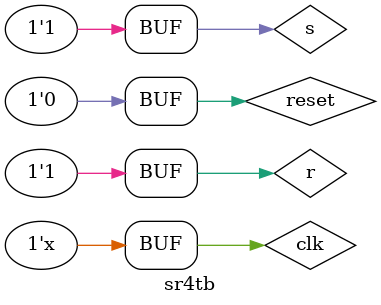
<source format=v>
`timescale 1ns / 1ps


module sr4tb;

	// Inputs
	reg clk;
	reg reset;
	reg s;
	reg r;

	// Outputs
	wire q;

	// Instantiate the Unit Under Test (UUT)
	sr4 uut (
		.clk(clk), 
		.reset(reset), 
		.s(s), 
		.r(r), 
		.q(q)
	);

	initial begin
		// Initialize Inputs
		clk = 0;
		reset = 1;
		

		// Wait 100 ns for global reset to finish
		#100  reset=0;s = 0;r = 0;
		#100  s=0;r=1;
		#100 s=1;r=0;
		#100 s=1;r=1;
		
        
		// Add stimulus here

	end
	always #30 clk=~clk;
      

      
endmodule


</source>
